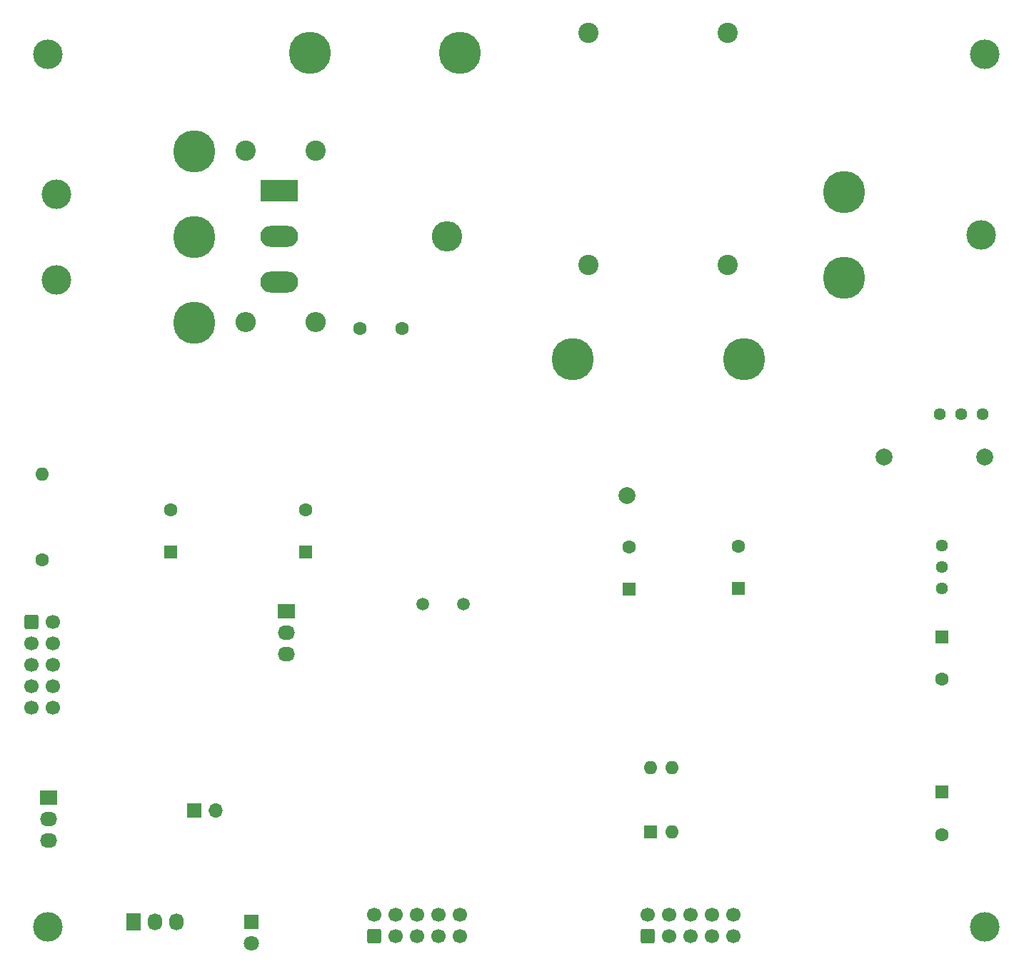
<source format=gts>
G04 #@! TF.GenerationSoftware,KiCad,Pcbnew,7.0.2*
G04 #@! TF.CreationDate,2023-07-17T11:38:03+02:00*
G04 #@! TF.ProjectId,Module_2,4d6f6475-6c65-45f3-922e-6b696361645f,rev?*
G04 #@! TF.SameCoordinates,Original*
G04 #@! TF.FileFunction,Soldermask,Top*
G04 #@! TF.FilePolarity,Negative*
%FSLAX46Y46*%
G04 Gerber Fmt 4.6, Leading zero omitted, Abs format (unit mm)*
G04 Created by KiCad (PCBNEW 7.0.2) date 2023-07-17 11:38:03*
%MOMM*%
%LPD*%
G01*
G04 APERTURE LIST*
G04 Aperture macros list*
%AMRoundRect*
0 Rectangle with rounded corners*
0 $1 Rounding radius*
0 $2 $3 $4 $5 $6 $7 $8 $9 X,Y pos of 4 corners*
0 Add a 4 corners polygon primitive as box body*
4,1,4,$2,$3,$4,$5,$6,$7,$8,$9,$2,$3,0*
0 Add four circle primitives for the rounded corners*
1,1,$1+$1,$2,$3*
1,1,$1+$1,$4,$5*
1,1,$1+$1,$6,$7*
1,1,$1+$1,$8,$9*
0 Add four rect primitives between the rounded corners*
20,1,$1+$1,$2,$3,$4,$5,0*
20,1,$1+$1,$4,$5,$6,$7,0*
20,1,$1+$1,$6,$7,$8,$9,0*
20,1,$1+$1,$8,$9,$2,$3,0*%
G04 Aperture macros list end*
%ADD10RoundRect,0.250000X-0.600000X-0.600000X0.600000X-0.600000X0.600000X0.600000X-0.600000X0.600000X0*%
%ADD11C,1.700000*%
%ADD12R,1.600000X1.600000*%
%ADD13C,1.600000*%
%ADD14C,5.000000*%
%ADD15C,2.400000*%
%ADD16O,2.400000X2.400000*%
%ADD17RoundRect,0.250000X0.600000X-0.600000X0.600000X0.600000X-0.600000X0.600000X-0.600000X-0.600000X0*%
%ADD18C,3.500000*%
%ADD19R,1.800000X1.800000*%
%ADD20C,1.800000*%
%ADD21R,1.730000X2.030000*%
%ADD22O,1.730000X2.030000*%
%ADD23C,2.000000*%
%ADD24C,1.500000*%
%ADD25O,1.600000X1.600000*%
%ADD26R,2.030000X1.730000*%
%ADD27O,2.030000X1.730000*%
%ADD28R,1.700000X1.700000*%
%ADD29O,1.700000X1.700000*%
%ADD30C,1.440000*%
%ADD31O,3.600000X3.600000*%
%ADD32R,4.500000X2.500000*%
%ADD33O,4.500000X2.500000*%
G04 APERTURE END LIST*
D10*
X45720000Y-102870000D03*
D11*
X48260000Y-102870000D03*
X45720000Y-105410000D03*
X48260000Y-105410000D03*
X45720000Y-107950000D03*
X48260000Y-107950000D03*
X45720000Y-110490000D03*
X48260000Y-110490000D03*
X45720000Y-113030000D03*
X48260000Y-113030000D03*
D12*
X62230000Y-94604651D03*
D13*
X62230000Y-89604651D03*
D12*
X116586000Y-98980000D03*
D13*
X116586000Y-93980000D03*
D14*
X130175000Y-71755000D03*
D15*
X71120000Y-46990000D03*
D16*
X71120000Y-67310000D03*
D12*
X78232000Y-94604651D03*
D13*
X78232000Y-89604651D03*
D17*
X118745000Y-140135000D03*
D11*
X118745000Y-137595000D03*
X121285000Y-140135000D03*
X121285000Y-137595000D03*
X123825000Y-140135000D03*
X123825000Y-137595000D03*
X126365000Y-140135000D03*
X126365000Y-137595000D03*
X128905000Y-140135000D03*
X128905000Y-137595000D03*
D17*
X86360000Y-140135000D03*
D11*
X86360000Y-137595000D03*
X88900000Y-140135000D03*
X88900000Y-137595000D03*
X91440000Y-140135000D03*
X91440000Y-137595000D03*
X93980000Y-140135000D03*
X93980000Y-137595000D03*
X96520000Y-140135000D03*
X96520000Y-137595000D03*
D12*
X153670000Y-104655000D03*
D13*
X153670000Y-109655000D03*
D18*
X158305500Y-56950000D03*
D14*
X142049500Y-62030000D03*
X142049500Y-51870000D03*
D19*
X71755000Y-138430000D03*
D20*
X71755000Y-140970000D03*
D21*
X57785000Y-138430000D03*
D22*
X60325000Y-138430000D03*
X62865000Y-138430000D03*
D23*
X158750000Y-83312000D03*
D18*
X48641000Y-52160500D03*
X48641000Y-62320500D03*
D14*
X65024000Y-47080500D03*
X65024000Y-57240500D03*
X65024000Y-67400500D03*
D18*
X158750000Y-35560000D03*
D24*
X92075000Y-100765000D03*
X96955000Y-100765000D03*
D15*
X79375000Y-46990000D03*
D16*
X79375000Y-67310000D03*
D12*
X119126000Y-127762000D03*
D25*
X121666000Y-127762000D03*
X121666000Y-120142000D03*
X119126000Y-120142000D03*
D15*
X111760000Y-33040000D03*
X111760000Y-60540000D03*
D23*
X116332000Y-87884000D03*
D13*
X46990000Y-95504000D03*
D25*
X46990000Y-85344000D03*
D13*
X84622000Y-68072000D03*
X89622000Y-68072000D03*
D18*
X158750000Y-139065000D03*
D14*
X78740000Y-35360000D03*
D15*
X128270000Y-33040000D03*
X128270000Y-60540000D03*
D26*
X47752000Y-123698000D03*
D27*
X47752000Y-126238000D03*
X47752000Y-128778000D03*
D28*
X65019000Y-125222000D03*
D29*
X67559000Y-125222000D03*
D26*
X75946000Y-101600000D03*
D27*
X75946000Y-104140000D03*
X75946000Y-106680000D03*
D18*
X47625000Y-139065000D03*
D23*
X146812000Y-83312000D03*
D14*
X109855000Y-71755000D03*
X96520000Y-35360000D03*
D30*
X158496000Y-78232000D03*
X155956000Y-78232000D03*
X153416000Y-78232000D03*
D12*
X129540000Y-98922651D03*
D13*
X129540000Y-93922651D03*
D18*
X47625000Y-35560000D03*
D12*
X153670000Y-123070000D03*
D13*
X153670000Y-128070000D03*
D30*
X153670000Y-93780000D03*
X153670000Y-96320000D03*
X153670000Y-98860000D03*
D31*
X94965000Y-57150000D03*
D32*
X75105000Y-51700000D03*
D33*
X75105000Y-57150000D03*
X75105000Y-62600000D03*
M02*

</source>
